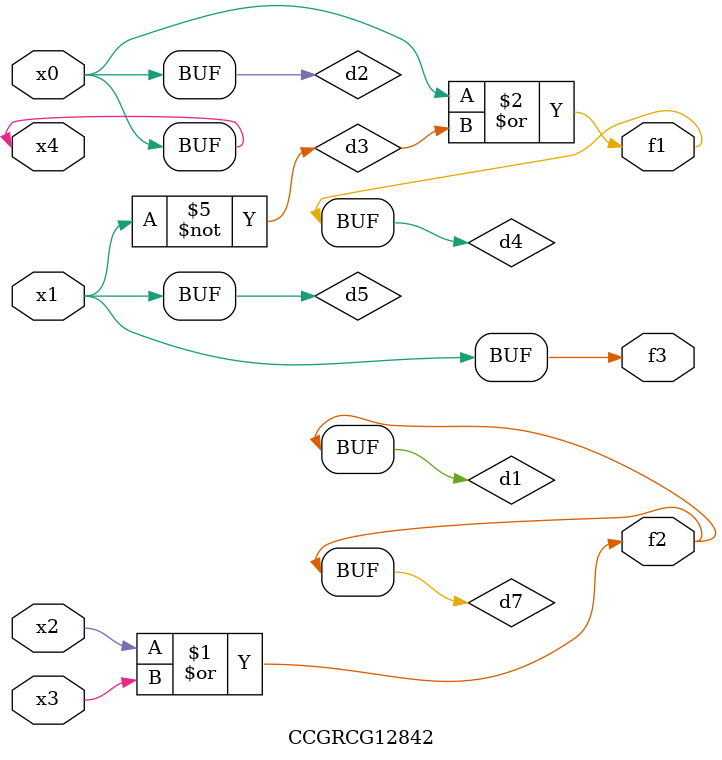
<source format=v>
module CCGRCG12842(
	input x0, x1, x2, x3, x4,
	output f1, f2, f3
);

	wire d1, d2, d3, d4, d5, d6, d7;

	or (d1, x2, x3);
	buf (d2, x0, x4);
	not (d3, x1);
	or (d4, d2, d3);
	not (d5, d3);
	nand (d6, d1, d3);
	or (d7, d1);
	assign f1 = d4;
	assign f2 = d7;
	assign f3 = d5;
endmodule

</source>
